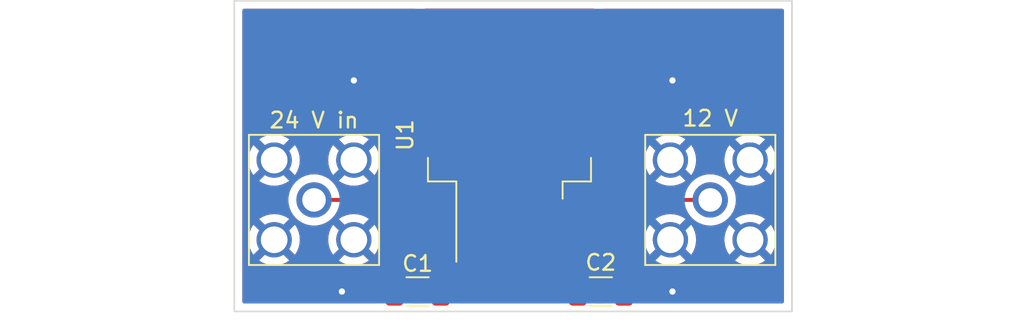
<source format=kicad_pcb>
(kicad_pcb (version 20211014) (generator pcbnew)
  (layers (0 "F.Cu" signal) (31 "B.Cu" signal) (34 "B.Paste" user) (35 "F.Paste" user) (36 "B.SilkS" user "B.Silkscreen") (37 "F.SilkS" user "F.Silkscreen") (38 "B.Mask" user) (39 "F.Mask" user) (44 "Edge.Cuts" user))
  (net 0 "")
  (net 1 "Net-(C1-Pad1)")
  (net 2 "GND")
  (net 3 "Net-(C2-Pad1)")
  (footprint "Capacitor_SMD:C_1206_3216Metric" (layer "F.Cu") (at 145.288 97.282)
    (fp_text reference "C2" (at 0 -1.85) (layer "F.SilkS"))
    (fp_text value "1 uF")
    (fp_line (start -0.711252 0.91) (end 0.711252 0.91) (layer "F.SilkS") (width 0.12))
    (fp_line (start -0.711252 -0.91) (end 0.711252 -0.91) (layer "F.SilkS") (width 0.12))
    (pad "1" smd roundrect (at -1.475 0) (size 1.15 1.8) (layers "F.Cu" "F.Paste" "F.Mask") (roundrect_rratio 0.217391) (net 3 "Net-(C2-Pad1)"))
    (pad "2" smd roundrect (at 1.475 0) (size 1.15 1.8) (layers "F.Cu" "F.Paste" "F.Mask") (roundrect_rratio 0.217391) (net 2 "GND"))
  )
  (footprint "Package_TO_SOT_SMD:TO-263-3_TabPin2" (layer "F.Cu") (at 139.465 87.31 90)
    (fp_text reference "U1" (at 0 -6.65 90) (layer "F.SilkS"))
    (fp_text value "LM7812_TO220")
    (fp_line (start -2.95 3.39) (end -4.05 3.39) (layer "F.SilkS") (width 0.12))
    (fp_line (start -1.45 5.2) (end -2.95 5.2) (layer "F.SilkS") (width 0.12))
    (fp_line (start -2.95 5.2) (end -2.95 3.39) (layer "F.SilkS") (width 0.12))
    (fp_line (start -2.95 -3.39) (end -8.075 -3.39) (layer "F.SilkS") (width 0.12))
    (fp_line (start -1.45 -5.2) (end -2.95 -5.2) (layer "F.SilkS") (width 0.12))
    (fp_line (start -2.95 -5.2) (end -2.95 -3.39) (layer "F.SilkS") (width 0.12))
    (pad "1" smd rect (at -5.775 -2.54 90) (size 4.6 1.1) (layers "F.Cu" "F.Paste" "F.Mask") (net 1 "Net-(C1-Pad1)"))
    (pad "2" smd rect (at -5.775 0 90) (size 4.6 1.1) (layers "F.Cu" "F.Paste" "F.Mask") (net 2 "GND"))
    (pad "2" smd rect (at 3.375 0 90) (size 9.4 10.8) (layers "F.Cu" "F.Mask") (net 2 "GND"))
    (pad "3" smd rect (at -5.775 2.54 90) (size 4.6 1.1) (layers "F.Cu" "F.Paste" "F.Mask") (net 3 "Net-(C2-Pad1)"))
  )
  (footprint "Capacitor_SMD:C_1206_3216Metric" (layer "F.Cu") (at 133.604 97.282 180)
    (fp_text reference "C1" (at 0 1.778) (layer "F.SilkS"))
    (fp_text value "0.33 uF")
    (fp_line (start -0.711252 0.91) (end 0.711252 0.91) (layer "F.SilkS") (width 0.12))
    (fp_line (start -0.711252 -0.91) (end 0.711252 -0.91) (layer "F.SilkS") (width 0.12))
    (pad "1" smd roundrect (at -1.475 0 180) (size 1.15 1.8) (layers "F.Cu" "F.Paste" "F.Mask") (roundrect_rratio 0.217391) (net 1 "Net-(C1-Pad1)"))
    (pad "2" smd roundrect (at 1.475 0 180) (size 1.15 1.8) (layers "F.Cu" "F.Paste" "F.Mask") (roundrect_rratio 0.217391) (net 2 "GND"))
  )
  (footprint "Connector_Coaxial:SMA_Amphenol_132203-12_Horizontal" (layer "F.Cu") (at 152.27 91.44 -90)
    (fp_text reference "12 V" (at -5.2 0) (layer "F.SilkS"))
    (fp_text value "Conn_Coaxial")
    (fp_line (start -4.15 -4.15) (end 4.15 -4.15) (layer "F.SilkS") (width 0.12))
    (fp_line (start -4.15 4.15) (end 4.15 4.15) (layer "F.SilkS") (width 0.12))
    (fp_line (start 4.15 -4.15) (end 4.15 4.15) (layer "F.SilkS") (width 0.12))
    (fp_line (start -4.15 -4.15) (end -4.15 4.15) (layer "F.SilkS") (width 0.12))
    (pad "1" thru_hole circle (at 0 0 270) (size 2.25 2.25) (drill 1.5) (layers *.Cu *.Mask) (net 3 "Net-(C2-Pad1)"))
    (pad "2" thru_hole circle (at -2.54 -2.54 270) (size 2.25 2.25) (drill 1.7) (layers *.Cu *.Mask) (net 2 "GND"))
    (pad "2" thru_hole circle (at 2.54 2.54) (size 2.25 2.25) (drill 1.7) (layers *.Cu *.Mask) (net 2 "GND"))
    (pad "2" thru_hole circle (at 2.54 -2.54 270) (size 2.25 2.25) (drill 1.7) (layers *.Cu *.Mask) (net 2 "GND"))
    (pad "2" thru_hole circle (at -2.54 2.54 270) (size 2.25 2.25) (drill 1.7) (layers *.Cu *.Mask) (net 2 "GND"))
  )
  (footprint "Connector_Coaxial:SMA_Amphenol_132203-12_Horizontal" (layer "F.Cu") (at 127 91.44 90)
    (fp_text reference "24 V in" (at 5.08 0) (layer "F.SilkS"))
    (fp_text value "Conn_Coaxial")
    (fp_line (start -4.15 -4.15) (end 4.15 -4.15) (layer "F.SilkS") (width 0.12))
    (fp_line (start 4.15 -4.15) (end 4.15 4.15) (layer "F.SilkS") (width 0.12))
    (fp_line (start -4.15 -4.15) (end -4.15 4.15) (layer "F.SilkS") (width 0.12))
    (fp_line (start -4.15 4.15) (end 4.15 4.15) (layer "F.SilkS") (width 0.12))
    (pad "1" thru_hole circle (at 0 0 90) (size 2.25 2.25) (drill 1.5) (layers *.Cu *.Mask) (net 1 "Net-(C1-Pad1)"))
    (pad "2" thru_hole circle (at 2.54 2.54 180) (size 2.25 2.25) (drill 1.7) (layers *.Cu *.Mask) (net 2 "GND"))
    (pad "2" thru_hole circle (at -2.54 -2.54 90) (size 2.25 2.25) (drill 1.7) (layers *.Cu *.Mask) (net 2 "GND"))
    (pad "2" thru_hole circle (at -2.54 2.54 90) (size 2.25 2.25) (drill 1.7) (layers *.Cu *.Mask) (net 2 "GND"))
    (pad "2" thru_hole circle (at 2.54 -2.54 90) (size 2.25 2.25) (drill 1.7) (layers *.Cu *.Mask) (net 2 "GND"))
  )
  (gr_rect (start 157.48 98.552) (end 121.92 78.74) (layer "Edge.Cuts") (width 0.1) (fill none))
  (segment (start 135.28 91.44) (end 136.925 93.085) (width 0.25) (layer "F.Cu") (net 1))
  (segment (start 136.925 93.085) (end 136.925 94.674) (width 0.25) (layer "F.Cu") (net 1))
  (segment (start 127 91.44) (end 135.28 91.44) (width 0.25) (layer "F.Cu") (net 1))
  (segment (start 136.925 94.674) (end 135.079 96.52) (width 0.25) (layer "F.Cu") (net 1))
  (via (at 149.86 97.282) (size 0.8) (drill 0.4) (layers "F.Cu" "B.Cu") (net 2))
  (via (at 128.778 97.282) (size 0.8) (drill 0.4) (layers "F.Cu" "B.Cu") (net 2))
  (via (at 129.54 83.82) (size 0.8) (drill 0.4) (layers "F.Cu" "B.Cu") (net 2))
  (via (at 149.86 83.82) (size 0.8) (drill 0.4) (layers "F.Cu" "B.Cu") (net 2))
  (segment (start 142.005 94.712) (end 143.813 96.52) (width 0.25) (layer "F.Cu") (net 3))
  (segment (start 152.27 91.44) (end 143.65 91.44) (width 0.25) (layer "F.Cu") (net 3))
  (segment (start 143.65 91.44) (end 142.005 93.085) (width 0.25) (layer "F.Cu") (net 3))
  (segment (start 142.005 93.085) (end 142.005 94.712) (width 0.25) (layer "F.Cu") (net 3))
  (zone (net 2) (net_name "GND") (layers F&B.Cu) (connect_pads (clearance 0.508)) (min_thickness 0.254) (fill yes (thermal_gap 0.508) (thermal_bridge_width 0.508))
    (polygon (pts (xy 157.48 98.552) (xy 121.92 98.552) (xy 121.92 78.74) (xy 157.48 78.74)))
  )
)
</source>
